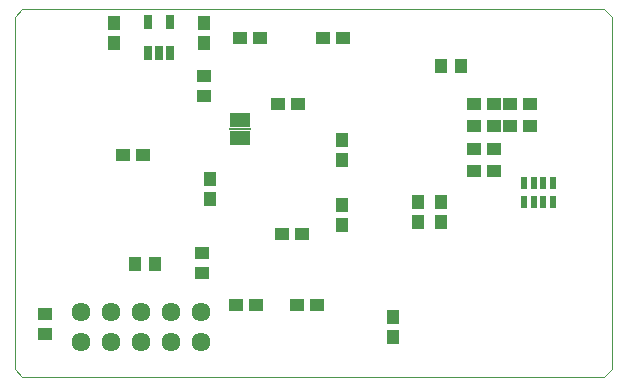
<source format=gbs>
G75*
%MOIN*%
%OFA0B0*%
%FSLAX25Y25*%
%IPPOS*%
%LPD*%
%AMOC8*
5,1,8,0,0,1.08239X$1,22.5*
%
%ADD10C,0.00000*%
%ADD11R,0.04337X0.04731*%
%ADD12R,0.04731X0.04337*%
%ADD13R,0.02362X0.03937*%
%ADD14R,0.02565X0.05124*%
%ADD15C,0.06337*%
%ADD16R,0.06700X0.05000*%
%ADD17R,0.07200X0.00600*%
D10*
X0001500Y0004550D02*
X0004000Y0002050D01*
X0198000Y0002050D01*
X0200500Y0004550D01*
X0200500Y0122050D01*
X0198000Y0124550D01*
X0004000Y0124550D01*
X0001500Y0122050D01*
X0001500Y0004550D01*
D11*
X0041654Y0039550D03*
X0048346Y0039550D03*
X0066500Y0061204D03*
X0066500Y0067896D03*
X0110500Y0074204D03*
X0110500Y0080896D03*
X0110500Y0059396D03*
X0110500Y0052704D03*
X0136000Y0053704D03*
X0143500Y0053704D03*
X0143500Y0060396D03*
X0136000Y0060396D03*
X0127500Y0021896D03*
X0127500Y0015204D03*
X0143654Y0105550D03*
X0150346Y0105550D03*
X0064500Y0113204D03*
X0064500Y0119896D03*
X0034500Y0119896D03*
X0034500Y0113204D03*
D12*
X0064500Y0102396D03*
X0064500Y0095704D03*
X0089154Y0093050D03*
X0095846Y0093050D03*
X0104154Y0115050D03*
X0110846Y0115050D03*
X0083346Y0115050D03*
X0076654Y0115050D03*
X0044346Y0076050D03*
X0037654Y0076050D03*
X0064000Y0043396D03*
X0064000Y0036704D03*
X0075154Y0026050D03*
X0081846Y0026050D03*
X0095654Y0026050D03*
X0102346Y0026050D03*
X0097346Y0049550D03*
X0090654Y0049550D03*
X0154654Y0070550D03*
X0161346Y0070550D03*
X0161346Y0078050D03*
X0154654Y0078050D03*
X0154654Y0085550D03*
X0161346Y0085550D03*
X0166654Y0085550D03*
X0173346Y0085550D03*
X0173346Y0093050D03*
X0166654Y0093050D03*
X0161346Y0093050D03*
X0154654Y0093050D03*
X0011500Y0022896D03*
X0011500Y0016204D03*
D13*
X0171276Y0060400D03*
X0174425Y0060400D03*
X0177575Y0060400D03*
X0180724Y0060400D03*
X0180724Y0066700D03*
X0177575Y0066700D03*
X0174425Y0066700D03*
X0171276Y0066700D03*
D14*
X0053240Y0109932D03*
X0049500Y0109932D03*
X0045760Y0109932D03*
X0045760Y0120168D03*
X0053240Y0120168D03*
D15*
X0053500Y0023550D03*
X0043500Y0023550D03*
X0033500Y0023550D03*
X0023500Y0023550D03*
X0023500Y0013550D03*
X0033500Y0013550D03*
X0043500Y0013550D03*
X0053500Y0013550D03*
X0063500Y0013550D03*
X0063500Y0023550D03*
D16*
X0076500Y0081550D03*
X0076500Y0087550D03*
D17*
X0076500Y0084550D03*
M02*

</source>
